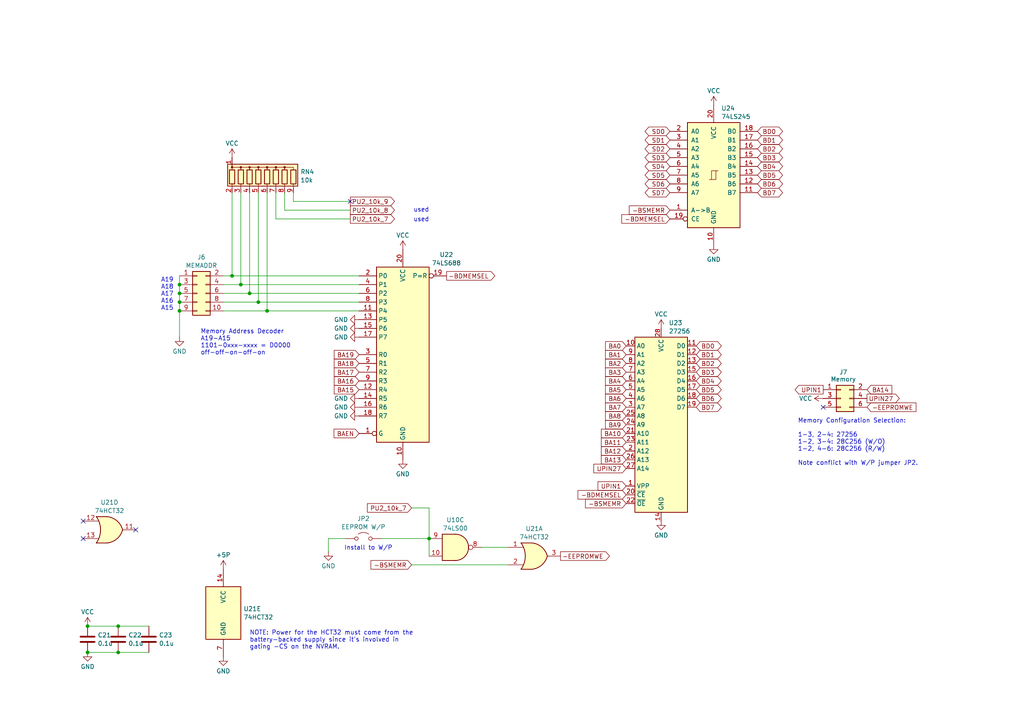
<source format=kicad_sch>
(kicad_sch (version 20231120) (generator "eeschema") (generator_version "8.0")
  (paper "A4")
  (title_block (title "386SX Embedded Expansion Card") (date "2024-07-26") (rev "1.0-001") (company "Circuit Cellar/Computer Applications Journal") (comment 1 "Redraw by Richard Cini 07/2024") (comment 2 "Original by Ed Nisley"))
  (lib_symbols
    (symbol "74xx:74LS00" (pin_names (offset 1.016))
      (property "Reference" "U" (at 0 1.27 0))
      (property "Value" "74LS00" (at 0 -1.27 0))
      (symbol "74LS00_1_1"
        (arc (start 0 -3.81) (mid 3.7934 0) (end 0 3.81) (stroke (width 0.254)) (fill (type background)))
        (polyline (pts (xy 0 3.81) (xy -3.81 3.81) (xy -3.81 -3.81) (xy 0 -3.81)) (stroke (width 0.254)) (fill (type background)))
        (pin input line (at -7.62 2.54 0) (length 3.81) (name "~") (number "1"))
        (pin input line (at -7.62 -2.54 0) (length 3.81) (name "~") (number "2"))
        (pin output inverted (at 7.62 0 180) (length 3.81) (name "~") (number "3"))
      )
      (symbol "74LS00_1_2"
        (arc (start -3.81 -3.81) (mid -2.589 0) (end -3.81 3.81) (stroke (width 0.254)))
        (arc (start -0.6096 -3.81) (mid 2.1842 -2.5851) (end 3.81 0) (stroke (width 0.254)) (fill (type background)))
        (polyline (pts (xy -3.81 -3.81) (xy -0.635 -3.81)) (stroke (width 0.254)) (fill (type background)))
        (polyline (pts (xy -3.81 3.81) (xy -0.635 3.81)) (stroke (width 0.254)) (fill (type background)))
        (polyline (pts (xy -0.635 3.81) (xy -3.81 3.81) (xy -3.81 3.81) (xy -3.556 3.4036) (xy -3.0226 2.2606) (xy -2.6924 1.0414) (xy -2.6162 -0.254) (xy -2.7686 -1.4986) (xy -3.175 -2.7178) (xy -3.81 -3.81) (xy -3.81 -3.81) (xy -0.635 -3.81)) (stroke (width -25.4)) (fill (type background)))
        (arc (start 3.81 0) (mid 2.1915 2.5936) (end -0.6096 3.81) (stroke (width 0.254)) (fill (type background)))
        (pin input inverted (at -7.62 2.54 0) (length 4.318) (name "~") (number "1"))
        (pin input inverted (at -7.62 -2.54 0) (length 4.318) (name "~") (number "2"))
        (pin output line (at 7.62 0 180) (length 3.81) (name "~") (number "3"))
      )
      (symbol "74LS00_2_1"
        (arc (start 0 -3.81) (mid 3.7934 0) (end 0 3.81) (stroke (width 0.254)) (fill (type background)))
        (polyline (pts (xy 0 3.81) (xy -3.81 3.81) (xy -3.81 -3.81) (xy 0 -3.81)) (stroke (width 0.254)) (fill (type background)))
        (pin input line (at -7.62 2.54 0) (length 3.81) (name "~") (number "4"))
        (pin input line (at -7.62 -2.54 0) (length 3.81) (name "~") (number "5"))
        (pin output inverted (at 7.62 0 180) (length 3.81) (name "~") (number "6"))
      )
      (symbol "74LS00_2_2"
        (arc (start -3.81 -3.81) (mid -2.589 0) (end -3.81 3.81) (stroke (width 0.254)))
        (arc (start -0.6096 -3.81) (mid 2.1842 -2.5851) (end 3.81 0) (stroke (width 0.254)) (fill (type background)))
        (polyline (pts (xy -3.81 -3.81) (xy -0.635 -3.81)) (stroke (width 0.254)) (fill (type background)))
        (polyline (pts (xy -3.81 3.81) (xy -0.635 3.81)) (stroke (width 0.254)) (fill (type background)))
        (polyline (pts (xy -0.635 3.81) (xy -3.81 3.81) (xy -3.81 3.81) (xy -3.556 3.4036) (xy -3.0226 2.2606) (xy -2.6924 1.0414) (xy -2.6162 -0.254) (xy -2.7686 -1.4986) (xy -3.175 -2.7178) (xy -3.81 -3.81) (xy -3.81 -3.81) (xy -0.635 -3.81)) (stroke (width -25.4)) (fill (type background)))
        (arc (start 3.81 0) (mid 2.1915 2.5936) (end -0.6096 3.81) (stroke (width 0.254)) (fill (type background)))
        (pin input inverted (at -7.62 2.54 0) (length 4.318) (name "~") (number "4"))
        (pin input inverted (at -7.62 -2.54 0) (length 4.318) (name "~") (number "5"))
        (pin output line (at 7.62 0 180) (length 3.81) (name "~") (number "6"))
      )
      (symbol "74LS00_3_1"
        (arc (start 0 -3.81) (mid 3.7934 0) (end 0 3.81) (stroke (width 0.254)) (fill (type background)))
        (polyline (pts (xy 0 3.81) (xy -3.81 3.81) (xy -3.81 -3.81) (xy 0 -3.81)) (stroke (width 0.254)) (fill (type background)))
        (pin input line (at -7.62 -2.54 0) (length 3.81) (name "~") (number "10"))
        (pin output inverted (at 7.62 0 180) (length 3.81) (name "~") (number "8"))
        (pin input line (at -7.62 2.54 0) (length 3.81) (name "~") (number "9"))
      )
      (symbol "74LS00_3_2"
        (arc (start -3.81 -3.81) (mid -2.589 0) (end -3.81 3.81) (stroke (width 0.254)))
        (arc (start -0.6096 -3.81) (mid 2.1842 -2.5851) (end 3.81 0) (stroke (width 0.254)) (fill (type background)))
        (polyline (pts (xy -3.81 -3.81) (xy -0.635 -3.81)) (stroke (width 0.254)) (fill (type background)))
        (polyline (pts (xy -3.81 3.81) (xy -0.635 3.81)) (stroke (width 0.254)) (fill (type background)))
        (polyline (pts (xy -0.635 3.81) (xy -3.81 3.81) (xy -3.81 3.81) (xy -3.556 3.4036) (xy -3.0226 2.2606) (xy -2.6924 1.0414) (xy -2.6162 -0.254) (xy -2.7686 -1.4986) (xy -3.175 -2.7178) (xy -3.81 -3.81) (xy -3.81 -3.81) (xy -0.635 -3.81)) (stroke (width -25.4)) (fill (type background)))
        (arc (start 3.81 0) (mid 2.1915 2.5936) (end -0.6096 3.81) (stroke (width 0.254)) (fill (type background)))
        (pin input inverted (at -7.62 -2.54 0) (length 4.318) (name "~") (number "10"))
        (pin output line (at 7.62 0 180) (length 3.81) (name "~") (number "8"))
        (pin input inverted (at -7.62 2.54 0) (length 4.318) (name "~") (number "9"))
      )
      (symbol "74LS00_4_1"
        (arc (start 0 -3.81) (mid 3.7934 0) (end 0 3.81) (stroke (width 0.254)) (fill (type background)))
        (polyline (pts (xy 0 3.81) (xy -3.81 3.81) (xy -3.81 -3.81) (xy 0 -3.81)) (stroke (width 0.254)) (fill (type background)))
        (pin output inverted (at 7.62 0 180) (length 3.81) (name "~") (number "11"))
        (pin input line (at -7.62 2.54 0) (length 3.81) (name "~") (number "12"))
        (pin input line (at -7.62 -2.54 0) (length 3.81) (name "~") (number "13"))
      )
      (symbol "74LS00_4_2"
        (arc (start -3.81 -3.81) (mid -2.589 0) (end -3.81 3.81) (stroke (width 0.254)))
        (arc (start -0.6096 -3.81) (mid 2.1842 -2.5851) (end 3.81 0) (stroke (width 0.254)) (fill (type background)))
        (polyline (pts (xy -3.81 -3.81) (xy -0.635 -3.81)) (stroke (width 0.254)) (fill (type background)))
        (polyline (pts (xy -3.81 3.81) (xy -0.635 3.81)) (stroke (width 0.254)) (fill (type background)))
        (polyline (pts (xy -0.635 3.81) (xy -3.81 3.81) (xy -3.81 3.81) (xy -3.556 3.4036) (xy -3.0226 2.2606) (xy -2.6924 1.0414) (xy -2.6162 -0.254) (xy -2.7686 -1.4986) (xy -3.175 -2.7178) (xy -3.81 -3.81) (xy -3.81 -3.81) (xy -0.635 -3.81)) (stroke (width -25.4)) (fill (type background)))
        (arc (start 3.81 0) (mid 2.1915 2.5936) (end -0.6096 3.81) (stroke (width 0.254)) (fill (type background)))
        (pin output line (at 7.62 0 180) (length 3.81) (name "~") (number "11"))
        (pin input inverted (at -7.62 2.54 0) (length 4.318) (name "~") (number "12"))
        (pin input inverted (at -7.62 -2.54 0) (length 4.318) (name "~") (number "13"))
      )
      (symbol "74LS00_5_0"
        (pin power_in line (at 0 12.7 270) (length 5.08) (name "VCC") (number "14"))
        (pin power_in line (at 0 -12.7 90) (length 5.08) (name "GND") (number "7"))
      )
      (symbol "74LS00_5_1"
        (rectangle (start -5.08 7.62) (end 5.08 -7.62) (stroke (width 0.254)) (fill (type background)))
      )
    )
    (symbol "74xx:74LS245" (pin_names (offset 1.016))
      (property "Reference" "U" (at -7.62 16.51 0))
      (property "Value" "74LS245" (at -7.62 -16.51 0))
      (symbol "74LS245_1_0"
        (polyline (pts (xy -0.635 -1.27) (xy -0.635 1.27) (xy 0.635 1.27)))
        (polyline (pts (xy -1.27 -1.27) (xy 0.635 -1.27) (xy 0.635 1.27) (xy 1.27 1.27)))
        (pin input line (at -12.7 -10.16 0) (length 5.08) (name "A->B") (number "1"))
        (pin power_in line (at 0 -20.32 90) (length 5.08) (name "GND") (number "10"))
        (pin tri_state line (at 12.7 -5.08 180) (length 5.08) (name "B7") (number "11"))
        (pin tri_state line (at 12.7 -2.54 180) (length 5.08) (name "B6") (number "12"))
        (pin tri_state line (at 12.7 0 180) (length 5.08) (name "B5") (number "13"))
        (pin tri_state line (at 12.7 2.54 180) (length 5.08) (name "B4") (number "14"))
        (pin tri_state line (at 12.7 5.08 180) (length 5.08) (name "B3") (number "15"))
        (pin tri_state line (at 12.7 7.62 180) (length 5.08) (name "B2") (number "16"))
        (pin tri_state line (at 12.7 10.16 180) (length 5.08) (name "B1") (number "17"))
        (pin tri_state line (at 12.7 12.7 180) (length 5.08) (name "B0") (number "18"))
        (pin input inverted (at -12.7 -12.7 0) (length 5.08) (name "CE") (number "19"))
        (pin tri_state line (at -12.7 12.7 0) (length 5.08) (name "A0") (number "2"))
        (pin power_in line (at 0 20.32 270) (length 5.08) (name "VCC") (number "20"))
        (pin tri_state line (at -12.7 10.16 0) (length 5.08) (name "A1") (number "3"))
        (pin tri_state line (at -12.7 7.62 0) (length 5.08) (name "A2") (number "4"))
        (pin tri_state line (at -12.7 5.08 0) (length 5.08) (name "A3") (number "5"))
        (pin tri_state line (at -12.7 2.54 0) (length 5.08) (name "A4") (number "6"))
        (pin tri_state line (at -12.7 0 0) (length 5.08) (name "A5") (number "7"))
        (pin tri_state line (at -12.7 -2.54 0) (length 5.08) (name "A6") (number "8"))
        (pin tri_state line (at -12.7 -5.08 0) (length 5.08) (name "A7") (number "9"))
      )
      (symbol "74LS245_1_1"
        (rectangle (start -7.62 15.24) (end 7.62 -15.24) (stroke (width 0.254)) (fill (type background)))
      )
    )
    (symbol "74xx:74LS32" (pin_names (offset 1.016))
      (property "Reference" "U" (at 0 1.27 0))
      (property "Value" "74LS32" (at 0 -1.27 0))
      (symbol "74LS32_1_1"
        (arc (start -3.81 -3.81) (mid -2.589 0) (end -3.81 3.81) (stroke (width 0.254)))
        (arc (start -0.6096 -3.81) (mid 2.1842 -2.5851) (end 3.81 0) (stroke (width 0.254)) (fill (type background)))
        (polyline (pts (xy -3.81 -3.81) (xy -0.635 -3.81)) (stroke (width 0.254)) (fill (type background)))
        (polyline (pts (xy -3.81 3.81) (xy -0.635 3.81)) (stroke (width 0.254)) (fill (type background)))
        (polyline (pts (xy -0.635 3.81) (xy -3.81 3.81) (xy -3.81 3.81) (xy -3.556 3.4036) (xy -3.0226 2.2606) (xy -2.6924 1.0414) (xy -2.6162 -0.254) (xy -2.7686 -1.4986) (xy -3.175 -2.7178) (xy -3.81 -3.81) (xy -3.81 -3.81) (xy -0.635 -3.81)) (stroke (width -25.4)) (fill (type background)))
        (arc (start 3.81 0) (mid 2.1915 2.5936) (end -0.6096 3.81) (stroke (width 0.254)) (fill (type background)))
        (pin input line (at -7.62 2.54 0) (length 4.318) (name "~") (number "1"))
        (pin input line (at -7.62 -2.54 0) (length 4.318) (name "~") (number "2"))
        (pin output line (at 7.62 0 180) (length 3.81) (name "~") (number "3"))
      )
      (symbol "74LS32_1_2"
        (arc (start 0 -3.81) (mid 3.7934 0) (end 0 3.81) (stroke (width 0.254)) (fill (type background)))
        (polyline (pts (xy 0 3.81) (xy -3.81 3.81) (xy -3.81 -3.81) (xy 0 -3.81)) (stroke (width 0.254)) (fill (type background)))
        (pin input inverted (at -7.62 2.54 0) (length 3.81) (name "~") (number "1"))
        (pin input inverted (at -7.62 -2.54 0) (length 3.81) (name "~") (number "2"))
        (pin output inverted (at 7.62 0 180) (length 3.81) (name "~") (number "3"))
      )
      (symbol "74LS32_2_1"
        (arc (start -3.81 -3.81) (mid -2.589 0) (end -3.81 3.81) (stroke (width 0.254)))
        (arc (start -0.6096 -3.81) (mid 2.1842 -2.5851) (end 3.81 0) (stroke (width 0.254)) (fill (type background)))
        (polyline (pts (xy -3.81 -3.81) (xy -0.635 -3.81)) (stroke (width 0.254)) (fill (type background)))
        (polyline (pts (xy -3.81 3.81) (xy -0.635 3.81)) (stroke (width 0.254)) (fill (type background)))
        (polyline (pts (xy -0.635 3.81) (xy -3.81 3.81) (xy -3.81 3.81) (xy -3.556 3.4036) (xy -3.0226 2.2606) (xy -2.6924 1.0414) (xy -2.6162 -0.254) (xy -2.7686 -1.4986) (xy -3.175 -2.7178) (xy -3.81 -3.81) (xy -3.81 -3.81) (xy -0.635 -3.81)) (stroke (width -25.4)) (fill (type background)))
        (arc (start 3.81 0) (mid 2.1915 2.5936) (end -0.6096 3.81) (stroke (width 0.254)) (fill (type background)))
        (pin input line (at -7.62 2.54 0) (length 4.318) (name "~") (number "4"))
        (pin input line (at -7.62 -2.54 0) (length 4.318) (name "~") (number "5"))
        (pin output line (at 7.62 0 180) (length 3.81) (name "~") (number "6"))
      )
      (symbol "74LS32_2_2"
        (arc (start 0 -3.81) (mid 3.7934 0) (end 0 3.81) (stroke (width 0.254)) (fill (type background)))
        (polyline (pts (xy 0 3.81) (xy -3.81 3.81) (xy -3.81 -3.81) (xy 0 -3.81)) (stroke (width 0.254)) (fill (type background)))
        (pin input inverted (at -7.62 2.54 0) (length 3.81) (name "~") (number "4"))
        (pin input inverted (at -7.62 -2.54 0) (length 3.81) (name "~") (number "5"))
        (pin output inverted (at 7.62 0 180) (length 3.81) (name "~") (number "6"))
      )
      (symbol "74LS32_3_1"
        (arc (start -3.81 -3.81) (mid -2.589 0) (end -3.81 3.81) (stroke (width 0.254)))
        (arc (start -0.6096 -3.81) (mid 2.1842 -2.5851) (end 3.81 0) (stroke (width 0.254)) (fill (type background)))
        (polyline (pts (xy -3.81 -3.81) (xy -0.635 -3.81)) (stroke (width 0.254)) (fill (type background)))
        (polyline (pts (xy -3.81 3.81) (xy -0.635 3.81)) (stroke (width 0.254)) (fill (type background)))
        (polyline (pts (xy -0.635 3.81) (xy -3.81 3.81) (xy -3.81 3.81) (xy -3.556 3.4036) (xy -3.0226 2.2606) (xy -2.6924 1.0414) (xy -2.6162 -0.254) (xy -2.7686 -1.4986) (xy -3.175 -2.7178) (xy -3.81 -3.81) (xy -3.81 -3.81) (xy -0.635 -3.81)) (stroke (width -25.4)) (fill (type background)))
        (arc (start 3.81 0) (mid 2.1915 2.5936) (end -0.6096 3.81) (stroke (width 0.254)) (fill (type background)))
        (pin input line (at -7.62 -2.54 0) (length 4.318) (name "~") (number "10"))
        (pin output line (at 7.62 0 180) (length 3.81) (name "~") (number "8"))
        (pin input line (at -7.62 2.54 0) (length 4.318) (name "~") (number "9"))
      )
      (symbol "74LS32_3_2"
        (arc (start 0 -3.81) (mid 3.7934 0) (end 0 3.81) (stroke (width 0.254)) (fill (type background)))
        (polyline (pts (xy 0 3.81) (xy -3.81 3.81) (xy -3.81 -3.81) (xy 0 -3.81)) (stroke (width 0.254)) (fill (type background)))
        (pin input inverted (at -7.62 -2.54 0) (length 3.81) (name "~") (number "10"))
        (pin output inverted (at 7.62 0 180) (length 3.81) (name "~") (number "8"))
        (pin input inverted (at -7.62 2.54 0) (length 3.81) (name "~") (number "9"))
      )
      (symbol "74LS32_4_1"
        (arc (start -3.81 -3.81) (mid -2.589 0) (end -3.81 3.81) (stroke (width 0.254)))
        (arc (start -0.6096 -3.81) (mid 2.1842 -2.5851) (end 3.81 0) (stroke (width 0.254)) (fill (type background)))
        (polyline (pts (xy -3.81 -3.81) (xy -0.635 -3.81)) (stroke (width 0.254)) (fill (type background)))
        (polyline (pts (xy -3.81 3.81) (xy -0.635 3.81)) (stroke (width 0.254)) (fill (type background)))
        (polyline (pts (xy -0.635 3.81) (xy -3.81 3.81) (xy -3.81 3.81) (xy -3.556 3.4036) (xy -3.0226 2.2606) (xy -2.6924 1.0414) (xy -2.6162 -0.254) (xy -2.7686 -1.4986) (xy -3.175 -2.7178) (xy -3.81 -3.81) (xy -3.81 -3.81) (xy -0.635 -3.81)) (stroke (width -25.4)) (fill (type background)))
        (arc (start 3.81 0) (mid 2.1915 2.5936) (end -0.6096 3.81) (stroke (width 0.254)) (fill (type background)))
        (pin output line (at 7.62 0 180) (length 3.81) (name "~") (number "11"))
        (pin input line (at -7.62 2.54 0) (length 4.318) (name "~") (number "12"))
        (pin input line (at -7.62 -2.54 0) (length 4.318) (name "~") (number "13"))
      )
      (symbol "74LS32_4_2"
        (arc (start 0 -3.81) (mid 3.7934 0) (end 0 3.81) (stroke (width 0.254)) (fill (type background)))
        (polyline (pts (xy 0 3.81) (xy -3.81 3.81) (xy -3.81 -3.81) (xy 0 -3.81)) (stroke (width 0.254)) (fill (type background)))
        (pin output inverted (at 7.62 0 180) (length 3.81) (name "~") (number "11"))
        (pin input inverted (at -7.62 2.54 0) (length 3.81) (name "~") (number "12"))
        (pin input inverted (at -7.62 -2.54 0) (length 3.81) (name "~") (number "13"))
      )
      (symbol "74LS32_5_0"
        (pin power_in line (at 0 12.7 270) (length 5.08) (name "VCC") (number "14"))
        (pin power_in line (at 0 -12.7 90) (length 5.08) (name "GND") (number "7"))
      )
      (symbol "74LS32_5_1"
        (rectangle (start -5.08 7.62) (end 5.08 -7.62) (stroke (width 0.254)) (fill (type background)))
      )
    )
    (symbol "74xx:74LS688"
      (property "Reference" "U" (at -7.62 26.67 0))
      (property "Value" "74LS688" (at -7.62 -26.67 0))
      (symbol "74LS688_1_0"
        (pin input inverted (at -12.7 -22.86 0) (length 5.08) (name "G") (number "1"))
        (pin power_in line (at 0 -30.48 90) (length 5.08) (name "GND") (number "10"))
        (pin input line (at -12.7 12.7 0) (length 5.08) (name "P4") (number "11"))
        (pin input line (at -12.7 -10.16 0) (length 5.08) (name "R4") (number "12"))
        (pin input line (at -12.7 10.16 0) (length 5.08) (name "P5") (number "13"))
        (pin input line (at -12.7 -12.7 0) (length 5.08) (name "R5") (number "14"))
        (pin input line (at -12.7 7.62 0) (length 5.08) (name "P6") (number "15"))
        (pin input line (at -12.7 -15.24 0) (length 5.08) (name "R6") (number "16"))
        (pin input line (at -12.7 5.08 0) (length 5.08) (name "P7") (number "17"))
        (pin input line (at -12.7 -17.78 0) (length 5.08) (name "R7") (number "18"))
        (pin output inverted (at 12.7 22.86 180) (length 5.08) (name "P=R") (number "19"))
        (pin input line (at -12.7 22.86 0) (length 5.08) (name "P0") (number "2"))
        (pin power_in line (at 0 30.48 270) (length 5.08) (name "VCC") (number "20"))
        (pin input line (at -12.7 0 0) (length 5.08) (name "R0") (number "3"))
        (pin input line (at -12.7 20.32 0) (length 5.08) (name "P1") (number "4"))
        (pin input line (at -12.7 -2.54 0) (length 5.08) (name "R1") (number "5"))
        (pin input line (at -12.7 17.78 0) (length 5.08) (name "P2") (number "6"))
        (pin input line (at -12.7 -5.08 0) (length 5.08) (name "R2") (number "7"))
        (pin input line (at -12.7 15.24 0) (length 5.08) (name "P3") (number "8"))
        (pin input line (at -12.7 -7.62 0) (length 5.08) (name "R3") (number "9"))
      )
      (symbol "74LS688_1_1"
        (rectangle (start -7.62 25.4) (end 7.62 -25.4) (stroke (width 0.254)) (fill (type background)))
      )
    )
    (symbol "Connector_Generic:Conn_02x03_Odd_Even" (pin_names (offset 1.016) hide)
      (property "Reference" "J" (at 1.27 5.08 0))
      (property "Value" "Conn_02x03_Odd_Even" (at 1.27 -5.08 0))
      (symbol "Conn_02x03_Odd_Even_1_1"
        (rectangle (start -1.27 -2.413) (end 0 -2.667) (stroke (width 0.1524)))
        (rectangle (start -1.27 0.127) (end 0 -0.127) (stroke (width 0.1524)))
        (rectangle (start -1.27 2.667) (end 0 2.413) (stroke (width 0.1524)))
        (rectangle (start -1.27 3.81) (end 3.81 -3.81) (stroke (width 0.254)) (fill (type background)))
        (rectangle (start 3.81 -2.413) (end 2.54 -2.667) (stroke (width 0.1524)))
        (rectangle (start 3.81 0.127) (end 2.54 -0.127) (stroke (width 0.1524)))
        (rectangle (start 3.81 2.667) (end 2.54 2.413) (stroke (width 0.1524)))
        (pin passive line (at -5.08 2.54 0) (length 3.81) (name "Pin_1") (number "1"))
        (pin passive line (at 7.62 2.54 180) (length 3.81) (name "Pin_2") (number "2"))
        (pin passive line (at -5.08 0 0) (length 3.81) (name "Pin_3") (number "3"))
        (pin passive line (at 7.62 0 180) (length 3.81) (name "Pin_4") (number "4"))
        (pin passive line (at -5.08 -2.54 0) (length 3.81) (name "Pin_5") (number "5"))
        (pin passive line (at 7.62 -2.54 180) (length 3.81) (name "Pin_6") (number "6"))
      )
    )
    (symbol "Connector_Generic:Conn_02x05_Odd_Even" (pin_names (offset 1.016) hide)
      (property "Reference" "J" (at 1.27 7.62 0))
      (property "Value" "Conn_02x05_Odd_Even" (at 1.27 -7.62 0))
      (symbol "Conn_02x05_Odd_Even_1_1"
        (rectangle (start -1.27 -4.953) (end 0 -5.207) (stroke (width 0.1524)))
        (rectangle (start -1.27 -2.413) (end 0 -2.667) (stroke (width 0.1524)))
        (rectangle (start -1.27 0.127) (end 0 -0.127) (stroke (width 0.1524)))
        (rectangle (start -1.27 2.667) (end 0 2.413) (stroke (width 0.1524)))
        (rectangle (start -1.27 5.207) (end 0 4.953) (stroke (width 0.1524)))
        (rectangle (start -1.27 6.35) (end 3.81 -6.35) (stroke (width 0.254)) (fill (type background)))
        (rectangle (start 3.81 -4.953) (end 2.54 -5.207) (stroke (width 0.1524)))
        (rectangle (start 3.81 -2.413) (end 2.54 -2.667) (stroke (width 0.1524)))
        (rectangle (start 3.81 0.127) (end 2.54 -0.127) (stroke (width 0.1524)))
        (rectangle (start 3.81 2.667) (end 2.54 2.413) (stroke (width 0.1524)))
        (rectangle (start 3.81 5.207) (end 2.54 4.953) (stroke (width 0.1524)))
        (pin passive line (at -5.08 5.08 0) (length 3.81) (name "Pin_1") (number "1"))
        (pin passive line (at 7.62 -5.08 180) (length 3.81) (name "Pin_10") (number "10"))
        (pin passive line (at 7.62 5.08 180) (length 3.81) (name "Pin_2") (number "2"))
        (pin passive line (at -5.08 2.54 0) (length 3.81) (name "Pin_3") (number "3"))
        (pin passive line (at 7.62 2.54 180) (length 3.81) (name "Pin_4") (number "4"))
        (pin passive line (at -5.08 0 0) (length 3.81) (name "Pin_5") (number "5"))
        (pin passive line (at 7.62 0 180) (length 3.81) (name "Pin_6") (number "6"))
        (pin passive line (at -5.08 -2.54 0) (length 3.81) (name "Pin_7") (number "7"))
        (pin passive line (at 7.62 -2.54 180) (length 3.81) (name "Pin_8") (number "8"))
        (pin passive line (at -5.08 -5.08 0) (length 3.81) (name "Pin_9") (number "9"))
      )
    )
    (symbol "Device:C" (pin_numbers hide) (pin_names (offset 0.254))
      (property "Reference" "C" (at 0.635 2.54 0))
      (property "Value" "C" (at 0.635 -2.54 0))
      (symbol "C_0_1"
        (polyline (pts (xy -2.032 -0.762) (xy 2.032 -0.762)) (stroke (width 0.508)))
        (polyline (pts (xy -2.032 0.762) (xy 2.032 0.762)) (stroke (width 0.508)))
      )
      (symbol "C_1_1"
        (pin passive line (at 0 3.81 270) (length 2.794) (name "~") (number "1"))
        (pin passive line (at 0 -3.81 90) (length 2.794) (name "~") (number "2"))
      )
    )
    (symbol "Device:R_Network08" (pin_names (offset 0) hide)
      (property "Reference" "RN" (at -12.7 0 90))
      (property "Value" "R_Network08" (at 10.16 0 90))
      (symbol "R_Network08_0_1"
        (rectangle (start -11.43 -3.175) (end 8.89 3.175) (stroke (width 0.254)) (fill (type background)))
        (rectangle (start -10.922 1.524) (end -9.398 -2.54) (stroke (width 0.254)))
        (circle (center -10.16 2.286) (radius 0.254) (fill (type outline)))
        (rectangle (start -8.382 1.524) (end -6.858 -2.54) (stroke (width 0.254)))
        (circle (center -7.62 2.286) (radius 0.254) (fill (type outline)))
        (rectangle (start -5.842 1.524) (end -4.318 -2.54) (stroke (width 0.254)))
        (circle (center -5.08 2.286) (radius 0.254) (fill (type outline)))
        (rectangle (start -3.302 1.524) (end -1.778 -2.54) (stroke (width 0.254)))
        (circle (center -2.54 2.286) (radius 0.254) (fill (type outline)))
        (rectangle (start -0.762 1.524) (end 0.762 -2.54) (stroke (width 0.254)))
        (polyline (pts (xy -10.16 -2.54) (xy -10.16 -3.81)))
        (polyline (pts (xy -7.62 -2.54) (xy -7.62 -3.81)))
        (polyline (pts (xy -5.08 -2.54) (xy -5.08 -3.81)))
        (polyline (pts (xy -2.54 -2.54) (xy -2.54 -3.81)))
        (polyline (pts (xy 0 -2.54) (xy 0 -3.81)))
        (polyline (pts (xy 2.54 -2.54) (xy 2.54 -3.81)))
        (polyline (pts (xy 5.08 -2.54) (xy 5.08 -3.81)))
        (polyline (pts (xy 7.62 -2.54) (xy 7.62 -3.81)))
        (polyline (pts (xy -10.16 1.524) (xy -10.16 2.286) (xy -7.62 2.286) (xy -7.62 1.524)))
        (polyline (pts (xy -7.62 1.524) (xy -7.62 2.286) (xy -5.08 2.286) (xy -5.08 1.524)))
        (polyline (pts (xy -5.08 1.524) (xy -5.08 2.286) (xy -2.54 2.286) (xy -2.54 1.524)))
        (polyline (pts (xy -2.54 1.524) (xy -2.54 2.286) (xy 0 2.286) (xy 0 1.524)))
        (polyline (pts (xy 0 1.524) (xy 0 2.286) (xy 2.54 2.286) (xy 2.54 1.524)))
        (polyline (pts (xy 2.54 1.524) (xy 2.54 2.286) (xy 5.08 2.286) (xy 5.08 1.524)))
        (polyline (pts (xy 5.08 1.524) (xy 5.08 2.286) (xy 7.62 2.286) (xy 7.62 1.524)))
        (circle (center 0 2.286) (radius 0.254) (fill (type outline)))
        (rectangle (start 1.778 1.524) (end 3.302 -2.54) (stroke (width 0.254)))
        (circle (center 2.54 2.286) (radius 0.254) (fill (type outline)))
        (rectangle (start 4.318 1.524) (end 5.842 -2.54) (stroke (width 0.254)))
        (circle (center 5.08 2.286) (radius 0.254) (fill (type outline)))
        (rectangle (start 6.858 1.524) (end 8.382 -2.54) (stroke (width 0.254)))
      )
      (symbol "R_Network08_1_1"
        (pin passive line (at -10.16 5.08 270) (length 2.54) (name "common") (number "1"))
        (pin passive line (at -10.16 -5.08 90) (length 1.27) (name "R1") (number "2"))
        (pin passive line (at -7.62 -5.08 90) (length 1.27) (name "R2") (number "3"))
        (pin passive line (at -5.08 -5.08 90) (length 1.27) (name "R3") (number "4"))
        (pin passive line (at -2.54 -5.08 90) (length 1.27) (name "R4") (number "5"))
        (pin passive line (at 0 -5.08 90) (length 1.27) (name "R5") (number "6"))
        (pin passive line (at 2.54 -5.08 90) (length 1.27) (name "R6") (number "7"))
        (pin passive line (at 5.08 -5.08 90) (length 1.27) (name "R7") (number "8"))
        (pin passive line (at 7.62 -5.08 90) (length 1.27) (name "R8") (number "9"))
      )
    )
    (symbol "Jumper:Jumper_2_Open" (pin_numbers hide) (pin_names (offset 0) hide) (exclude_from_sim yes)
      (property "Reference" "JP" (at 0 2.794 0))
      (property "Value" "Jumper_2_Open" (at 0 -2.286 0))
      (symbol "Jumper_2_Open_0_0"
        (circle (center -2.032 0) (radius 0.508))
        (circle (center 2.032 0) (radius 0.508))
      )
      (symbol "Jumper_2_Open_0_1"
        (arc (start 1.524 1.27) (mid 0 1.778) (end -1.524 1.27))
      )
      (symbol "Jumper_2_Open_1_1"
        (pin passive line (at -5.08 0 0) (length 2.54) (name "A") (number "1"))
        (pin passive line (at 5.08 0 180) (length 2.54) (name "B") (number "2"))
      )
    )
    (symbol "Memory_EPROM:27256"
      (property "Reference" "U" (at -7.62 26.67 0))
      (property "Value" "27256" (at 2.54 -26.67 0))
      (symbol "27256_1_1"
        (rectangle (start -7.62 25.4) (end 7.62 -25.4) (stroke (width 0.254)) (fill (type background)))
        (pin input line (at -10.16 -17.78 0) (length 2.54) (name "VPP") (number "1"))
        (pin input line (at -10.16 22.86 0) (length 2.54) (name "A0") (number "10"))
        (pin tri_state line (at 10.16 22.86 180) (length 2.54) (name "D0") (number "11"))
        (pin tri_state line (at 10.16 20.32 180) (length 2.54) (name "D1") (number "12"))
        (pin tri_state line (at 10.16 17.78 180) (length 2.54) (name "D2") (number "13"))
        (pin power_in line (at 0 -27.94 90) (length 2.54) (name "GND") (number "14"))
        (pin tri_state line (at 10.16 15.24 180) (length 2.54) (name "D3") (number "15"))
        (pin tri_state line (at 10.16 12.7 180) (length 2.54) (name "D4") (number "16"))
        (pin tri_state line (at 10.16 10.16 180) (length 2.54) (name "D5") (number "17"))
        (pin tri_state line (at 10.16 7.62 180) (length 2.54) (name "D6") (number "18"))
        (pin tri_state line (at 10.16 5.08 180) (length 2.54) (name "D7") (number "19"))
        (pin input line (at -10.16 -7.62 0) (length 2.54) (name "A12") (number "2"))
        (pin input line (at -10.16 -20.32 0) (length 2.54) (name "~{CE}") (number "20"))
        (pin input line (at -10.16 -2.54 0) (length 2.54) (name "A10") (number "21"))
        (pin input line (at -10.16 -22.86 0) (length 2.54) (name "~{OE}") (number "22"))
        (pin input line (at -10.16 -5.08 0) (length 2.54) (name "A11") (number "23"))
        (pin input line (at -10.16 0 0) (length 2.54) (name "A9") (number "24"))
        (pin input line (at -10.16 2.54 0) (length 2.54) (name "A8") (number "25"))
        (pin input line (at -10.16 -10.16 0) (length 2.54) (name "A13") (number "26"))
        (pin input line (at -10.16 -12.7 0) (length 2.54) (name "A14") (number "27"))
        (pin power_in line (at 0 27.94 270) (length 2.54) (name "VCC") (number "28"))
        (pin input line (at -10.16 5.08 0) (length 2.54) (name "A7") (number "3"))
        (pin input line (at -10.16 7.62 0) (length 2.54) (name "A6") (number "4"))
        (pin input line (at -10.16 10.16 0) (length 2.54) (name "A5") (number "5"))
        (pin input line (at -10.16 12.7 0) (length 2.54) (name "A4") (number "6"))
        (pin input line (at -10.16 15.24 0) (length 2.54) (name "A3") (number "7"))
        (pin input line (at -10.16 17.78 0) (length 2.54) (name "A2") (number "8"))
        (pin input line (at -10.16 20.32 0) (length 2.54) (name "A1") (number "9"))
      )
    )
    (symbol "power:+5P" (power) (pin_numbers hide) (pin_names (offset 0) hide)
      (property "Value" "+5P" (at 0 3.556 0))
      (symbol "+5P_0_1"
        (polyline (pts (xy -0.762 1.27) (xy 0 2.54)))
        (polyline (pts (xy 0 0) (xy 0 2.54)))
        (polyline (pts (xy 0 2.54) (xy 0.762 1.27)))
      )
      (symbol "+5P_1_1"
        (pin power_in line (at 0 0 90) (length 0) (name "~") (number "1"))
      )
    )
    (symbol "power:GND" (power) (pin_numbers hide) (pin_names (offset 0) hide)
      (property "Value" "GND" (at 0 -3.81 0))
      (symbol "GND_0_1"
        (polyline (pts (xy 0 0) (xy 0 -1.27) (xy 1.27 -1.27) (xy 0 -2.54) (xy -1.27 -1.27) (xy 0 -1.27)))
      )
      (symbol "GND_1_1"
        (pin power_in line (at 0 0 270) (length 0) (name "~") (number "1"))
      )
    )
    (symbol "power:VCC" (power) (pin_numbers hide) (pin_names (offset 0) hide)
      (property "Value" "VCC" (at 0 3.556 0))
      (symbol "VCC_0_1"
        (polyline (pts (xy -0.762 1.27) (xy 0 2.54)))
        (polyline (pts (xy 0 0) (xy 0 2.54)))
        (polyline (pts (xy 0 2.54) (xy 0.762 1.27)))
      )
      (symbol "VCC_1_1"
        (pin power_in line (at 0 0 90) (length 0) (name "~") (number "1"))
      )
    )
  )
  (junction (at 69.85 82.55))
  (junction (at 52.07 90.17))
  (junction (at 72.39 85.09))
  (junction (at 52.07 85.09))
  (junction (at 52.07 82.55))
  (junction (at 34.29 189.23))
  (junction (at 25.4 189.23))
  (junction (at 25.4 181.61))
  (junction (at 67.31 80.01))
  (junction (at 77.47 90.17))
  (junction (at 52.07 87.63))
  (junction (at 124.46 156.21))
  (junction (at 34.29 181.61))
  (junction (at 74.93 87.63))
  (no_connect (at 238.76 118.11))
  (no_connect (at 24.13 151.13))
  (no_connect (at 24.13 156.21))
  (no_connect (at 101.6 58.42))
  (no_connect (at 39.37 153.67))
  (wire (pts (xy 52.07 87.63) (xy 52.07 90.17)))
  (wire (pts (xy 74.93 55.88) (xy 74.93 87.63)))
  (wire (pts (xy 34.29 189.23) (xy 43.18 189.23)))
  (wire (pts (xy 64.77 87.63) (xy 74.93 87.63)))
  (wire (pts (xy 72.39 55.88) (xy 72.39 85.09)))
  (wire (pts (xy 52.07 82.55) (xy 52.07 85.09)))
  (wire (pts (xy 101.6 63.5) (xy 80.01 63.5)))
  (wire (pts (xy 64.77 80.01) (xy 67.31 80.01)))
  (wire (pts (xy 72.39 85.09) (xy 104.14 85.09)))
  (wire (pts (xy 124.46 147.32) (xy 124.46 156.21)))
  (wire (pts (xy 64.77 82.55) (xy 69.85 82.55)))
  (wire (pts (xy 77.47 55.88) (xy 77.47 90.17)))
  (wire (pts (xy 67.31 80.01) (xy 104.14 80.01)))
  (wire (pts (xy 25.4 189.23) (xy 34.29 189.23)))
  (wire (pts (xy 101.6 60.96) (xy 82.55 60.96)))
  (wire (pts (xy 52.07 90.17) (xy 52.07 97.79)))
  (wire (pts (xy 82.55 60.96) (xy 82.55 55.88)))
  (wire (pts (xy 101.6 58.42) (xy 85.09 58.42)))
  (wire (pts (xy 80.01 63.5) (xy 80.01 55.88)))
  (wire (pts (xy 100.33 156.21) (xy 95.25 156.21)))
  (wire (pts (xy 64.77 90.17) (xy 77.47 90.17)))
  (wire (pts (xy 52.07 80.01) (xy 52.07 82.55)))
  (wire (pts (xy 119.38 147.32) (xy 124.46 147.32)))
  (wire (pts (xy 69.85 55.88) (xy 69.85 82.55)))
  (wire (pts (xy 139.7 158.75) (xy 147.32 158.75)))
  (wire (pts (xy 77.47 90.17) (xy 104.14 90.17)))
  (wire (pts (xy 110.49 156.21) (xy 124.46 156.21)))
  (wire (pts (xy 85.09 58.42) (xy 85.09 55.88)))
  (wire (pts (xy 124.46 156.21) (xy 124.46 161.29)))
  (wire (pts (xy 25.4 181.61) (xy 34.29 181.61)))
  (wire (pts (xy 67.31 55.88) (xy 67.31 80.01)))
  (wire (pts (xy 52.07 85.09) (xy 52.07 87.63)))
  (wire (pts (xy 64.77 85.09) (xy 72.39 85.09)))
  (wire (pts (xy 119.38 163.83) (xy 147.32 163.83)))
  (wire (pts (xy 95.25 156.21) (xy 95.25 160.02)))
  (wire (pts (xy 69.85 82.55) (xy 104.14 82.55)))
  (wire (pts (xy 74.93 87.63) (xy 104.14 87.63)))
  (wire (pts (xy 34.29 181.61) (xy 43.18 181.61)))
  (text "used" (at 119.888 60.96 0) (effects (font (size 1.27 1.27)) (justify left)))
  (text "NOTE: Power for the HCT32 must come from the\nbattery-backed supply since it's involved in\ngating -CS on the NVRAM." (at 72.39 185.674 0) (effects (font (size 1.27 1.27)) (justify left)))
  (text "Memory Address Decoder\nA19-A15\n1101-0xxx-xxxx = D0000\noff-off-on-off-on" (at 58.166 99.314 0) (effects (font (size 1.27 1.27)) (justify left)))
  (text "Memory Configuration Selection:\n\n1-3, 2-4: 27256\n1-2, 3-4: 28C256 (W/O)\n1-2, 4-6: 28C256 (R/W)\n\nNote conflict with W/P jumper JP2." (at 231.394 128.27 0) (effects (font (size 1.27 1.27)) (justify left)))
  (text "used" (at 119.888 63.754 0) (effects (font (size 1.27 1.27)) (justify left)))
  (text "Install to W/P" (at 99.822 159.004 0) (effects (font (size 1.27 1.27)) (justify left)))
  (text "A19\nA18\nA17\nA16\nA15" (at 48.514 85.344 0) (effects (font (size 1.27 1.27))))
  (global_label "UPIN27" (shape output) (at 251.46 115.57 0) (property "Intersheetrefs" "${INTERSHEET_REFS}" (at 261.4 115.57 0) (effects (justify left))))
  (global_label "BA17" (shape input) (at 104.14 107.95 180) (property "Intersheetrefs" "${INTERSHEET_REFS}" (at 96.3772 107.95 0) (effects (justify right))))
  (global_label "PU2_10k_9" (shape output) (at 101.6 58.42 0) (property "Intersheetrefs" "${INTERSHEET_REFS}" (at 114.987 58.42 0) (effects (justify left))))
  (global_label "SD0" (shape bidirectional) (at 194.31 38.1 180) (property "Intersheetrefs" "${INTERSHEET_REFS}" (at 186.5245 38.1 0) (effects (justify right))))
  (global_label "BA9" (shape input) (at 181.61 123.19 180) (property "Intersheetrefs" "${INTERSHEET_REFS}" (at 175.0567 123.19 0) (effects (justify right))))
  (global_label "BD4" (shape bidirectional) (at 201.93 110.49 0) (property "Intersheetrefs" "${INTERSHEET_REFS}" (at 209.776 110.49 0) (effects (justify left))))
  (global_label "BAEN" (shape input) (at 104.14 125.73 180) (property "Intersheetrefs" "${INTERSHEET_REFS}" (at 96.3167 125.73 0) (effects (justify right))))
  (global_label "BA16" (shape input) (at 104.14 110.49 180) (property "Intersheetrefs" "${INTERSHEET_REFS}" (at 96.3772 110.49 0) (effects (justify right))))
  (global_label "BD3" (shape bidirectional) (at 219.71 45.72 0) (property "Intersheetrefs" "${INTERSHEET_REFS}" (at 227.556 45.72 0) (effects (justify left))))
  (global_label "BA6" (shape input) (at 181.61 115.57 180) (property "Intersheetrefs" "${INTERSHEET_REFS}" (at 175.0567 115.57 0) (effects (justify right))))
  (global_label "BD1" (shape bidirectional) (at 201.93 102.87 0) (property "Intersheetrefs" "${INTERSHEET_REFS}" (at 209.776 102.87 0) (effects (justify left))))
  (global_label "-BDMEMSEL" (shape input) (at 181.61 143.51 180) (property "Intersheetrefs" "${INTERSHEET_REFS}" (at 167.074 143.51 0) (effects (justify right))))
  (global_label "-BSMEMR" (shape input) (at 181.61 146.05 180) (property "Intersheetrefs" "${INTERSHEET_REFS}" (at 170.4606 146.05 0) (effects (justify right))))
  (global_label "BA8" (shape input) (at 181.61 120.65 180) (property "Intersheetrefs" "${INTERSHEET_REFS}" (at 175.0567 120.65 0) (effects (justify right))))
  (global_label "BA1" (shape input) (at 181.61 102.87 180) (property "Intersheetrefs" "${INTERSHEET_REFS}" (at 175.0567 102.87 0) (effects (justify right))))
  (global_label "-BDMEMSEL" (shape output) (at 129.54 80.01 0) (property "Intersheetrefs" "${INTERSHEET_REFS}" (at 144.076 80.01 0) (effects (justify left))))
  (global_label "BD3" (shape bidirectional) (at 201.93 107.95 0) (property "Intersheetrefs" "${INTERSHEET_REFS}" (at 209.776 107.95 0) (effects (justify left))))
  (global_label "BA7" (shape input) (at 181.61 118.11 180) (property "Intersheetrefs" "${INTERSHEET_REFS}" (at 175.0567 118.11 0) (effects (justify right))))
  (global_label "SD7" (shape bidirectional) (at 194.31 55.88 180) (property "Intersheetrefs" "${INTERSHEET_REFS}" (at 186.5245 55.88 0) (effects (justify right))))
  (global_label "BA11" (shape input) (at 181.61 128.27 180) (property "Intersheetrefs" "${INTERSHEET_REFS}" (at 175.0567 128.27 0) (effects (justify right))))
  (global_label "PU2_10k_7" (shape input) (at 119.38 147.32 180) (property "Intersheetrefs" "${INTERSHEET_REFS}" (at 105.993 147.32 0) (effects (justify right))))
  (global_label "BA10" (shape input) (at 181.61 125.73 180) (property "Intersheetrefs" "${INTERSHEET_REFS}" (at 175.0567 125.73 0) (effects (justify right))))
  (global_label "BA3" (shape input) (at 181.61 107.95 180) (property "Intersheetrefs" "${INTERSHEET_REFS}" (at 175.0567 107.95 0) (effects (justify right))))
  (global_label "BD5" (shape bidirectional) (at 219.71 50.8 0) (property "Intersheetrefs" "${INTERSHEET_REFS}" (at 227.556 50.8 0) (effects (justify left))))
  (global_label "BD2" (shape bidirectional) (at 219.71 43.18 0) (property "Intersheetrefs" "${INTERSHEET_REFS}" (at 227.556 43.18 0) (effects (justify left))))
  (global_label "UPIN1" (shape output) (at 238.76 113.03 180) (property "Intersheetrefs" "${INTERSHEET_REFS}" (at 230.0295 113.03 0) (effects (justify right))))
  (global_label "BD0" (shape bidirectional) (at 201.93 100.33 0) (property "Intersheetrefs" "${INTERSHEET_REFS}" (at 209.776 100.33 0) (effects (justify left))))
  (global_label "SD3" (shape bidirectional) (at 194.31 45.72 180) (property "Intersheetrefs" "${INTERSHEET_REFS}" (at 186.5245 45.72 0) (effects (justify right))))
  (global_label "BD2" (shape bidirectional) (at 201.93 105.41 0) (property "Intersheetrefs" "${INTERSHEET_REFS}" (at 209.776 105.41 0) (effects (justify left))))
  (global_label "BD1" (shape bidirectional) (at 219.71 40.64 0) (property "Intersheetrefs" "${INTERSHEET_REFS}" (at 227.556 40.64 0) (effects (justify left))))
  (global_label "SD1" (shape bidirectional) (at 194.31 40.64 180) (property "Intersheetrefs" "${INTERSHEET_REFS}" (at 186.5245 40.64 0) (effects (justify right))))
  (global_label "BD4" (shape bidirectional) (at 219.71 48.26 0) (property "Intersheetrefs" "${INTERSHEET_REFS}" (at 227.556 48.26 0) (effects (justify left))))
  (global_label "BA13" (shape input) (at 181.61 133.35 180) (property "Intersheetrefs" "${INTERSHEET_REFS}" (at 175.0567 133.35 0) (effects (justify right))))
  (global_label "BA2" (shape input) (at 181.61 105.41 180) (property "Intersheetrefs" "${INTERSHEET_REFS}" (at 175.0567 105.41 0) (effects (justify right))))
  (global_label "BA5" (shape input) (at 181.61 113.03 180) (property "Intersheetrefs" "${INTERSHEET_REFS}" (at 175.0567 113.03 0) (effects (justify right))))
  (global_label "SD4" (shape bidirectional) (at 194.31 48.26 180) (property "Intersheetrefs" "${INTERSHEET_REFS}" (at 186.5245 48.26 0) (effects (justify right))))
  (global_label "BD5" (shape bidirectional) (at 201.93 113.03 0) (property "Intersheetrefs" "${INTERSHEET_REFS}" (at 209.776 113.03 0) (effects (justify left))))
  (global_label "BD7" (shape bidirectional) (at 219.71 55.88 0) (property "Intersheetrefs" "${INTERSHEET_REFS}" (at 227.556 55.88 0) (effects (justify left))))
  (global_label "BA19" (shape input) (at 104.14 102.87 180) (property "Intersheetrefs" "${INTERSHEET_REFS}" (at 96.3772 102.87 0) (effects (justify right))))
  (global_label "BA12" (shape input) (at 181.61 130.81 180) (property "Intersheetrefs" "${INTERSHEET_REFS}" (at 175.0567 130.81 0) (effects (justify right))))
  (global_label "-EEPROMWE" (shape output) (at 162.56 161.29 0) (property "Intersheetrefs" "${INTERSHEET_REFS}" (at 177.3379 161.29 0) (effects (justify left))))
  (global_label "PU2_10k_8" (shape output) (at 101.6 60.96 0) (property "Intersheetrefs" "${INTERSHEET_REFS}" (at 114.987 60.96 0) (effects (justify left))))
  (global_label "BA15" (shape input) (at 104.14 113.03 180) (property "Intersheetrefs" "${INTERSHEET_REFS}" (at 96.3772 113.03 0) (effects (justify right))))
  (global_label "-BSMEMR" (shape input) (at 119.38 163.83 180) (property "Intersheetrefs" "${INTERSHEET_REFS}" (at 108.2306 163.83 0) (effects (justify right))))
  (global_label "BA14" (shape input) (at 251.46 113.03 0) (property "Intersheetrefs" "${INTERSHEET_REFS}" (at 259.2228 113.03 0) (effects (justify left))))
  (global_label "UPIN1" (shape input) (at 181.61 140.97 180) (property "Intersheetrefs" "${INTERSHEET_REFS}" (at 172.8795 140.97 0) (effects (justify right))))
  (global_label "SD2" (shape bidirectional) (at 194.31 43.18 180) (property "Intersheetrefs" "${INTERSHEET_REFS}" (at 186.5245 43.18 0) (effects (justify right))))
  (global_label "BD0" (shape bidirectional) (at 219.71 38.1 0) (property "Intersheetrefs" "${INTERSHEET_REFS}" (at 227.556 38.1 0) (effects (justify left))))
  (global_label "SD6" (shape bidirectional) (at 194.31 53.34 180) (property "Intersheetrefs" "${INTERSHEET_REFS}" (at 186.5245 53.34 0) (effects (justify right))))
  (global_label "UPIN27" (shape input) (at 181.61 135.89 180) (property "Intersheetrefs" "${INTERSHEET_REFS}" (at 171.67 135.89 0) (effects (justify right))))
  (global_label "BA4" (shape input) (at 181.61 110.49 180) (property "Intersheetrefs" "${INTERSHEET_REFS}" (at 175.0567 110.49 0) (effects (justify right))))
  (global_label "PU2_10k_7" (shape output) (at 101.6 63.5 0) (property "Intersheetrefs" "${INTERSHEET_REFS}" (at 114.987 63.5 0) (effects (justify left))))
  (global_label "-BSMEMR" (shape input) (at 194.31 60.96 180) (property "Intersheetrefs" "${INTERSHEET_REFS}" (at 183.1606 60.96 0) (effects (justify right))))
  (global_label "SD5" (shape bidirectional) (at 194.31 50.8 180) (property "Intersheetrefs" "${INTERSHEET_REFS}" (at 186.5245 50.8 0) (effects (justify right))))
  (global_label "BD6" (shape bidirectional) (at 201.93 115.57 0) (property "Intersheetrefs" "${INTERSHEET_REFS}" (at 209.776 115.57 0) (effects (justify left))))
  (global_label "BD6" (shape bidirectional) (at 219.71 53.34 0) (property "Intersheetrefs" "${INTERSHEET_REFS}" (at 227.556 53.34 0) (effects (justify left))))
  (global_label "-BDMEMSEL" (shape input) (at 194.31 63.5 180) (property "Intersheetrefs" "${INTERSHEET_REFS}" (at 179.774 63.5 0) (effects (justify right))))
  (global_label "-EEPROMWE" (shape input) (at 251.46 118.11 0) (property "Intersheetrefs" "${INTERSHEET_REFS}" (at 266.2379 118.11 0) (effects (justify left))))
  (global_label "BD7" (shape bidirectional) (at 201.93 118.11 0) (property "Intersheetrefs" "${INTERSHEET_REFS}" (at 209.776 118.11 0) (effects (justify left))))
  (global_label "BA0" (shape input) (at 181.61 100.33 180) (property "Intersheetrefs" "${INTERSHEET_REFS}" (at 175.0567 100.33 0) (effects (justify right))))
  (global_label "BA18" (shape input) (at 104.14 105.41 180) (property "Intersheetrefs" "${INTERSHEET_REFS}" (at 96.3772 105.41 0) (effects (justify right))))
  (symbol (lib_id "Device:R_Network08") (at 77.47 50.8 0) (unit 1)
    (property "Reference" "RN4" (at 87.122 49.8418 0) (effects (justify left)))
    (property "Value" "10k" (at 87.122 52.2661 0) (effects (justify left)))
    (property "Footprint" "Resistor_THT:R_Array_SIP9" (effects (hide yes)))
    (property "Datasheet" "http://www.vishay.com/docs/31509/csc.pdf" (effects (hide yes)))
    (property "Description" "8 resistor network, star topology, bussed resistors, small symbol" (effects (hide yes)))
  )
  (symbol (lib_id "power:GND") (at 104.14 97.79 270) (unit 1)
    (property "Reference" "#PWR094" (effects (hide yes)))
    (property "Value" "GND" (at 100.9651 97.79 90) (effects (justify right)))
    (property "Description" "Power symbol creates a global label with name \"GND\" , ground" (effects (hide yes)))
  )
  (symbol (lib_id "power:VCC") (at 25.4 181.61 0) (unit 1)
    (property "Reference" "#PWR085" (effects (hide yes)))
    (property "Value" "VCC" (at 25.4 177.4769 0))
    (property "Description" "Power symbol creates a global label with name \"VCC\"" (effects (hide yes)))
  )
  (symbol (lib_id "power:GND") (at 104.14 92.71 270) (unit 1)
    (property "Reference" "#PWR092" (effects (hide yes)))
    (property "Value" "GND" (at 100.9651 92.71 90) (effects (justify right)))
    (property "Description" "Power symbol creates a global label with name \"GND\" , ground" (effects (hide yes)))
  )
  (symbol (lib_id "74xx:74LS32") (at 154.94 161.29 0) (unit 1)
    (property "Reference" "U21" (at 154.94 153.3355 0))
    (property "Value" "74HCT32" (at 154.94 155.7598 0))
    (property "Footprint" "Package_DIP:DIP-14_W7.62mm_Socket" (effects (hide yes)))
    (property "Datasheet" "http://www.ti.com/lit/gpn/sn74LS32" (effects (hide yes)))
    (property "Description" "Quad 2-input OR" (effects (hide yes)))
  )
  (symbol (lib_id "Device:C") (at 43.18 185.42 0) (unit 1)
    (property "Reference" "C23" (at 46.101 184.2079 0) (effects (justify left)))
    (property "Value" "0.1u" (at 46.101 186.6321 0) (effects (justify left)))
    (property "Footprint" "Capacitor_THT:C_Disc_D4.3mm_W1.9mm_P5.00mm" (effects (hide yes)))
  )
  (symbol (lib_id "power:GND") (at 104.14 118.11 270) (unit 1)
    (property "Reference" "#PWR096" (effects (hide yes)))
    (property "Value" "GND" (at 100.9651 118.11 90) (effects (justify right)))
    (property "Description" "Power symbol creates a global label with name \"GND\" , ground" (effects (hide yes)))
  )
  (symbol (lib_id "power:GND") (at 191.77 151.13 0) (unit 1)
    (property "Reference" "#PWR0101" (effects (hide yes)))
    (property "Value" "GND" (at 191.77 155.2631 0))
    (property "Description" "Power symbol creates a global label with name \"GND\" , ground" (effects (hide yes)))
  )
  (symbol (lib_id "power:VCC") (at 238.76 115.57 90) (unit 1)
    (property "Reference" "#PWR0104" (effects (hide yes)))
    (property "Value" "VCC" (at 235.585 115.57 90) (effects (justify left)))
    (property "Description" "Power symbol creates a global label with name \"VCC\"" (effects (hide yes)))
  )
  (symbol (lib_id "74xx:74LS688") (at 116.84 102.87 0) (unit 1)
    (property "Reference" "U22" (at 129.4757 73.865 0))
    (property "Value" "74LS688" (at 129.4757 76.2893 0))
    (property "Footprint" "Package_DIP:DIP-20_W7.62mm_Socket" (effects (hide yes)))
    (property "Datasheet" "http://www.ti.com/lit/gpn/sn74LS688" (effects (hide yes)))
    (property "Description" "8-bit magnitude comparator" (effects (hide yes)))
  )
  (symbol (lib_id "Jumper:Jumper_2_Open") (at 105.41 156.21 0) (unit 1) (exclude_from_sim yes)
    (property "Reference" "JP2" (at 105.41 150.4145 0))
    (property "Value" "EEPROM W/P" (at 105.41 152.8388 0))
    (property "Footprint" "Connector_PinHeader_2.54mm:PinHeader_1x02_P2.54mm_Vertical" (effects (hide yes)))
    (property "Description" "Jumper, 2-pole, open" (effects (hide yes)))
  )
  (symbol (lib_id "power:VCC") (at 116.84 72.39 0) (unit 1)
    (property "Reference" "#PWR098" (effects (hide yes)))
    (property "Value" "VCC" (at 116.84 68.2569 0))
    (property "Description" "Power symbol creates a global label with name \"VCC\"" (effects (hide yes)))
  )
  (symbol (lib_id "power:+5P") (at 64.77 165.1 0) (unit 1)
    (property "Reference" "#PWR088" (effects (hide yes)))
    (property "Value" "+5P" (at 64.77 160.9669 0))
    (property "Description" "Power symbol creates a global label with name \"+5P\"" (effects (hide yes)))
  )
  (symbol (lib_id "Device:C") (at 25.4 185.42 0) (unit 1)
    (property "Reference" "C21" (at 28.321 184.2079 0) (effects (justify left)))
    (property "Value" "0.1u" (at 28.321 186.6321 0) (effects (justify left)))
    (property "Footprint" "Capacitor_THT:C_Disc_D4.3mm_W1.9mm_P5.00mm" (effects (hide yes)))
  )
  (symbol (lib_id "power:GND") (at 116.84 133.35 0) (unit 1)
    (property "Reference" "#PWR099" (effects (hide yes)))
    (property "Value" "GND" (at 116.84 137.4831 0))
    (property "Description" "Power symbol creates a global label with name \"GND\" , ground" (effects (hide yes)))
  )
  (symbol (lib_id "power:GND") (at 64.77 190.5 0) (unit 1)
    (property "Reference" "#PWR089" (effects (hide yes)))
    (property "Value" "GND" (at 64.77 194.6331 0))
    (property "Description" "Power symbol creates a global label with name \"GND\" , ground" (effects (hide yes)))
  )
  (symbol (lib_id "power:GND") (at 52.07 97.79 0) (unit 1)
    (property "Reference" "#PWR087" (effects (hide yes)))
    (property "Value" "GND" (at 52.07 101.9231 0))
    (property "Description" "Power symbol creates a global label with name \"GND\" , ground" (effects (hide yes)))
  )
  (symbol (lib_id "power:GND") (at 95.25 160.02 0) (unit 1)
    (property "Reference" "#PWR091" (effects (hide yes)))
    (property "Value" "GND" (at 95.25 164.1531 0))
    (property "Description" "Power symbol creates a global label with name \"GND\" , ground" (effects (hide yes)))
  )
  (symbol (lib_id "power:GND") (at 104.14 95.25 270) (unit 1)
    (property "Reference" "#PWR093" (effects (hide yes)))
    (property "Value" "GND" (at 100.9651 95.25 90) (effects (justify right)))
    (property "Description" "Power symbol creates a global label with name \"GND\" , ground" (effects (hide yes)))
  )
  (symbol (lib_id "power:GND") (at 207.01 71.12 0) (unit 1)
    (property "Reference" "#PWR0103" (effects (hide yes)))
    (property "Value" "GND" (at 207.01 75.2531 0))
    (property "Description" "Power symbol creates a global label with name \"GND\" , ground" (effects (hide yes)))
  )
  (symbol (lib_id "Device:C") (at 34.29 185.42 0) (unit 1)
    (property "Reference" "C22" (at 37.211 184.2079 0) (effects (justify left)))
    (property "Value" "0.1u" (at 37.211 186.6321 0) (effects (justify left)))
    (property "Footprint" "Capacitor_THT:C_Disc_D4.3mm_W1.9mm_P5.00mm" (effects (hide yes)))
  )
  (symbol (lib_id "Connector_Generic:Conn_02x05_Odd_Even") (at 57.15 85.09 0) (unit 1)
    (property "Reference" "J6" (at 58.42 74.5955 0))
    (property "Value" "MEMADDR" (at 58.42 77.0198 0))
    (property "Footprint" "Connector_PinHeader_2.54mm:PinHeader_2x05_P2.54mm_Vertical" (effects (hide yes)))
    (property "Description" "Generic connector, double row, 02x05, odd/even pin numbering scheme (row 1 odd numbers, row 2 even numbers), script generated (kicad-library-utils/schlib/autogen/connector/)" (effects (hide yes)))
  )
  (symbol (lib_id "power:VCC") (at 207.01 30.48 0) (unit 1)
    (property "Reference" "#PWR0102" (effects (hide yes)))
    (property "Value" "VCC" (at 207.01 26.3469 0))
    (property "Description" "Power symbol creates a global label with name \"VCC\"" (effects (hide yes)))
  )
  (symbol (lib_id "power:GND") (at 104.14 115.57 270) (unit 1)
    (property "Reference" "#PWR095" (effects (hide yes)))
    (property "Value" "GND" (at 100.9651 115.57 90) (effects (justify right)))
    (property "Description" "Power symbol creates a global label with name \"GND\" , ground" (effects (hide yes)))
  )
  (symbol (lib_id "Connector_Generic:Conn_02x03_Odd_Even") (at 243.84 115.57 0) (unit 1)
    (property "Reference" "J7" (at 244.602 107.95 0))
    (property "Value" "Memory" (at 244.602 109.982 0))
    (property "Footprint" "Connector_PinHeader_2.54mm:PinHeader_2x03_P2.54mm_Vertical" (effects (hide yes)))
    (property "Description" "Generic connector, double row, 02x03, odd/even pin numbering scheme (row 1 odd numbers, row 2 even numbers), script generated (kicad-library-utils/schlib/autogen/connector/)" (effects (hide yes)))
  )
  (symbol (lib_id "power:GND") (at 104.14 120.65 270) (unit 1)
    (property "Reference" "#PWR097" (effects (hide yes)))
    (property "Value" "GND" (at 100.9651 120.65 90) (effects (justify right)))
    (property "Description" "Power symbol creates a global label with name \"GND\" , ground" (effects (hide yes)))
  )
  (symbol (lib_id "power:GND") (at 25.4 189.23 0) (unit 1)
    (property "Reference" "#PWR086" (effects (hide yes)))
    (property "Value" "GND" (at 25.4 193.3631 0))
    (property "Description" "Power symbol creates a global label with name \"GND\" , ground" (effects (hide yes)))
  )
  (symbol (lib_id "Memory_EPROM:27256") (at 191.77 123.19 0) (unit 1)
    (property "Reference" "U23" (at 193.9641 93.6455 0) (effects (justify left)))
    (property "Value" "27256" (at 193.9641 96.0698 0) (effects (justify left)))
    (property "Footprint" "Package_DIP:DIP-28_W15.24mm_Socket" (effects (hide yes)))
    (property "Datasheet" "http://datasheet.octopart.com/D27256-2-Intel-datasheet-17852618.pdf" (effects (hide yes)))
    (property "Description" "UV Erasable EPROM 256 KiBit, [Obsolete 2000-11]" (effects (hide yes)))
  )
  (symbol (lib_id "power:VCC") (at 191.77 95.25 0) (unit 1)
    (property "Reference" "#PWR0100" (effects (hide yes)))
    (property "Value" "VCC" (at 191.77 91.1169 0))
    (property "Description" "Power symbol creates a global label with name \"VCC\"" (effects (hide yes)))
  )
  (symbol (lib_id "power:VCC") (at 67.31 45.72 0) (unit 1)
    (property "Reference" "#PWR090" (effects (hide yes)))
    (property "Value" "VCC" (at 67.31 41.5869 0))
    (property "Description" "Power symbol creates a global label with name \"VCC\"" (effects (hide yes)))
  )
  (symbol (lib_id "74xx:74LS00") (at 132.08 158.75 0) (unit 3)
    (property "Reference" "U10" (at 132.0717 150.7955 0))
    (property "Value" "74LS00" (at 132.0717 153.2198 0))
    (property "Footprint" "Package_DIP:DIP-14_W7.62mm_Socket" (effects (hide yes)))
    (property "Datasheet" "http://www.ti.com/lit/gpn/sn74ls00" (effects (hide yes)))
    (property "Description" "quad 2-input NAND gate" (effects (hide yes)))
  )
  (symbol (lib_id "74xx:74LS32") (at 64.77 177.8 0) (unit 5)
    (property "Reference" "U21" (at 70.612 176.5878 0) (effects (justify left)))
    (property "Value" "74HCT32" (at 70.612 179.0121 0) (effects (justify left)))
    (property "Footprint" "Package_DIP:DIP-14_W7.62mm_Socket" (effects (hide yes)))
    (property "Datasheet" "http://www.ti.com/lit/gpn/sn74LS32" (effects (hide yes)))
    (property "Description" "Quad 2-input OR" (effects (hide yes)))
  )
  (symbol (lib_id "74xx:74LS32") (at 31.75 153.67 0) (unit 4)
    (property "Reference" "U21" (at 31.75 145.7155 0))
    (property "Value" "74HCT32" (at 31.75 148.1398 0))
    (property "Footprint" "Package_DIP:DIP-14_W7.62mm_Socket" (effects (hide yes)))
    (property "Datasheet" "http://www.ti.com/lit/gpn/sn74LS32" (effects (hide yes)))
    (property "Description" "Quad 2-input OR" (effects (hide yes)))
  )
  (symbol (lib_id "74xx:74LS245") (at 207.01 50.8 0) (unit 1)
    (property "Reference" "U24" (at 209.2041 31.4157 0) (effects (justify left)))
    (property "Value" "74LS245" (at 209.2041 33.8399 0) (effects (justify left)))
    (property "Footprint" "Package_DIP:DIP-20_W7.62mm_Socket" (effects (hide yes)))
    (property "Datasheet" "http://www.ti.com/lit/gpn/sn74LS245" (effects (hide yes)))
  )
)
</source>
